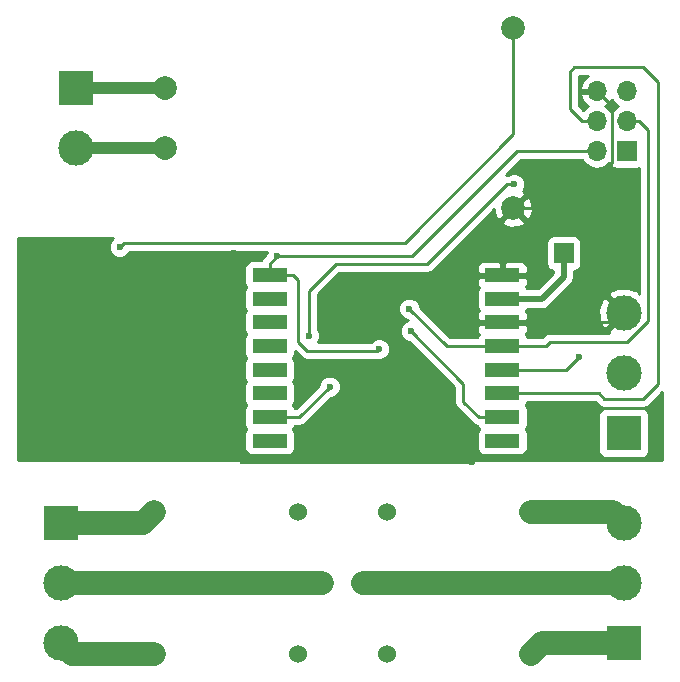
<source format=gbl>
G04 #@! TF.FileFunction,Copper,L2,Bot,Signal*
%FSLAX46Y46*%
G04 Gerber Fmt 4.6, Leading zero omitted, Abs format (unit mm)*
G04 Created by KiCad (PCBNEW 4.0.5-e0-6337~49~ubuntu16.04.1) date Mon Jan 23 08:36:28 2017*
%MOMM*%
%LPD*%
G01*
G04 APERTURE LIST*
%ADD10C,0.100000*%
%ADD11C,3.000000*%
%ADD12R,3.000000X3.000000*%
%ADD13R,1.700000X1.700000*%
%ADD14O,1.700000X1.700000*%
%ADD15C,1.524000*%
%ADD16R,3.000000X1.200000*%
%ADD17C,2.000000*%
%ADD18C,0.600000*%
%ADD19C,0.250000*%
%ADD20C,0.500000*%
%ADD21C,2.000000*%
%ADD22C,1.000000*%
%ADD23C,0.254000*%
G04 APERTURE END LIST*
D10*
D11*
X110490000Y-76454000D03*
D12*
X110490000Y-71374000D03*
D13*
X151765000Y-85344000D03*
D14*
X154559000Y-71628000D03*
X157099000Y-71628000D03*
X154559000Y-74168000D03*
X157099000Y-74168000D03*
X154559000Y-76708000D03*
D13*
X157099000Y-76708000D03*
D12*
X156845000Y-118364000D03*
D11*
X156845000Y-113284000D03*
X156845000Y-108204000D03*
X109220000Y-118364000D03*
X109220000Y-113284000D03*
D12*
X109220000Y-108204000D03*
D11*
X156845000Y-90424000D03*
X156845000Y-95504000D03*
D12*
X156845000Y-100584000D03*
D15*
X136775000Y-107284000D03*
X136775000Y-119284000D03*
X148975000Y-119284000D03*
X148975000Y-107284000D03*
X134775000Y-113284000D03*
X131290000Y-113284000D03*
X117090000Y-119284000D03*
X117090000Y-107284000D03*
X129290000Y-107284000D03*
X129290000Y-119284000D03*
D16*
X146570000Y-101219000D03*
X146570000Y-99219000D03*
X146570000Y-97219000D03*
X146570000Y-95219000D03*
X146570000Y-93219000D03*
X146570000Y-91219000D03*
X146570000Y-89219000D03*
X146570000Y-87219000D03*
X126870000Y-87219000D03*
X126870000Y-89219000D03*
X126870000Y-91219000D03*
X126870000Y-93219000D03*
X126870000Y-95219000D03*
X126870000Y-97219000D03*
X126870000Y-99219000D03*
X126870000Y-101219000D03*
D17*
X118031001Y-71381001D03*
X118031001Y-76461001D03*
X147495001Y-66301001D03*
X147495001Y-81541001D03*
D18*
X136144000Y-93472000D03*
X127508000Y-85598000D03*
X138811000Y-91948000D03*
X153035000Y-94107000D03*
X138684000Y-90043000D03*
X147574000Y-79502000D03*
X130175000Y-92329000D03*
X131953000Y-96647000D03*
X114173000Y-84836000D03*
X124079000Y-87376000D03*
X109855000Y-93980000D03*
X144018000Y-102997000D03*
X123825000Y-85344000D03*
D19*
X136017000Y-93599000D02*
X130302000Y-93599000D01*
X136144000Y-93472000D02*
X136017000Y-93599000D01*
X128875000Y-87219000D02*
X126870000Y-87219000D01*
X129286000Y-87630000D02*
X128875000Y-87219000D01*
X129286000Y-92837000D02*
X129286000Y-87630000D01*
X130048000Y-93599000D02*
X129286000Y-92837000D01*
X130302000Y-93599000D02*
X130048000Y-93599000D01*
X127508000Y-85598000D02*
X138938000Y-85598000D01*
X147828000Y-76708000D02*
X154559000Y-76708000D01*
X138938000Y-85598000D02*
X147828000Y-76708000D01*
X126870000Y-86236000D02*
X126870000Y-87219000D01*
X127508000Y-85598000D02*
X126870000Y-86236000D01*
X155829000Y-100584000D02*
X156845000Y-100584000D01*
X143256000Y-96393000D02*
X143256000Y-97917000D01*
X144558000Y-99219000D02*
X146570000Y-99219000D01*
X143256000Y-97917000D02*
X144558000Y-99219000D01*
X138811000Y-91948000D02*
X143256000Y-96393000D01*
X146570000Y-97219000D02*
X154750000Y-97219000D01*
X153289000Y-74168000D02*
X154559000Y-74168000D01*
X152273000Y-73152000D02*
X153289000Y-74168000D01*
X152273000Y-69977000D02*
X152273000Y-73152000D01*
X152654000Y-69596000D02*
X152273000Y-69977000D01*
X158496000Y-69596000D02*
X152654000Y-69596000D01*
X159766000Y-70866000D02*
X158496000Y-69596000D01*
X159766000Y-96393000D02*
X159766000Y-70866000D01*
X158496000Y-97663000D02*
X159766000Y-96393000D01*
X155194000Y-97663000D02*
X158496000Y-97663000D01*
X154750000Y-97219000D02*
X155194000Y-97663000D01*
X146570000Y-95219000D02*
X151923000Y-95219000D01*
X151923000Y-95219000D02*
X153035000Y-94107000D01*
X158877000Y-87122000D02*
X158877000Y-91059000D01*
X150622000Y-92837000D02*
X150240000Y-93219000D01*
X157099000Y-92837000D02*
X150622000Y-92837000D01*
X158877000Y-91059000D02*
X157099000Y-92837000D01*
X157099000Y-74168000D02*
X158115000Y-74168000D01*
X150240000Y-93219000D02*
X146570000Y-93219000D01*
X158877000Y-74930000D02*
X158877000Y-87122000D01*
X158115000Y-74168000D02*
X158877000Y-74930000D01*
X146570000Y-93219000D02*
X141860000Y-93219000D01*
X141860000Y-93219000D02*
X138684000Y-90043000D01*
X130175000Y-92329000D02*
X130175000Y-88519000D01*
X132461000Y-86233000D02*
X140208000Y-86233000D01*
X130175000Y-88519000D02*
X132461000Y-86233000D01*
X146939000Y-79502000D02*
X140208000Y-86233000D01*
X147574000Y-79502000D02*
X146939000Y-79502000D01*
X129381000Y-99219000D02*
X126870000Y-99219000D01*
X131953000Y-96647000D02*
X129381000Y-99219000D01*
D20*
X146570000Y-89219000D02*
X149922000Y-89219000D01*
X151765000Y-87376000D02*
X151765000Y-85344000D01*
X149922000Y-89219000D02*
X151765000Y-87376000D01*
D19*
X147495001Y-66301001D02*
X147495001Y-75262999D01*
X114554000Y-84455000D02*
X114173000Y-84836000D01*
X138303000Y-84455000D02*
X114554000Y-84455000D01*
X147495001Y-75262999D02*
X138303000Y-84455000D01*
X109855000Y-93980000D02*
X109855000Y-92710000D01*
X117221000Y-85344000D02*
X123825000Y-85344000D01*
X109855000Y-92710000D02*
X117221000Y-85344000D01*
X124079000Y-87376000D02*
X124079000Y-88646000D01*
X154559000Y-71628000D02*
X155829000Y-72898000D01*
X152011999Y-81541001D02*
X147495001Y-81541001D01*
X155829000Y-77724000D02*
X152011999Y-81541001D01*
X155829000Y-72898000D02*
X155829000Y-77724000D01*
X124079000Y-88646000D02*
X124079000Y-102616000D01*
X124079000Y-102616000D02*
X124460000Y-102997000D01*
X124460000Y-102997000D02*
X144018000Y-102997000D01*
X146570000Y-87219000D02*
X146570000Y-82466002D01*
X146570000Y-82466002D02*
X147495001Y-81541001D01*
X146570000Y-91219000D02*
X156050000Y-91219000D01*
X156050000Y-91219000D02*
X156845000Y-90424000D01*
D21*
X156845000Y-118364000D02*
X149895000Y-118364000D01*
X149895000Y-118364000D02*
X148975000Y-119284000D01*
X156845000Y-113284000D02*
X134775000Y-113284000D01*
X148975000Y-107284000D02*
X155925000Y-107284000D01*
X155925000Y-107284000D02*
X156845000Y-108204000D01*
X117090000Y-119284000D02*
X110140000Y-119284000D01*
X110140000Y-119284000D02*
X109220000Y-118364000D01*
X131290000Y-113284000D02*
X109220000Y-113284000D01*
X109220000Y-108204000D02*
X116170000Y-108204000D01*
X116170000Y-108204000D02*
X117090000Y-107284000D01*
D22*
X118031001Y-76461001D02*
X110497001Y-76461001D01*
X110497001Y-76461001D02*
X110490000Y-76454000D01*
D21*
X118024000Y-76454000D02*
X118031001Y-76461001D01*
D22*
X110490000Y-71374000D02*
X118024000Y-71374000D01*
X118024000Y-71374000D02*
X118031001Y-71381001D01*
D21*
X118024000Y-71374000D02*
X118031001Y-71381001D01*
D23*
G36*
X153479853Y-77758054D02*
X153961622Y-78079961D01*
X154529907Y-78193000D01*
X154588093Y-78193000D01*
X155156378Y-78079961D01*
X155638147Y-77758054D01*
X155640617Y-77754357D01*
X155650843Y-77805765D01*
X155791191Y-78015809D01*
X156001235Y-78156157D01*
X156249000Y-78205440D01*
X157949000Y-78205440D01*
X158117000Y-78172023D01*
X158117000Y-88785611D01*
X158019582Y-88591261D01*
X157228813Y-88281277D01*
X156379613Y-88297503D01*
X155670418Y-88591261D01*
X155510635Y-88910030D01*
X156845000Y-90244395D01*
X156859143Y-90230253D01*
X157038748Y-90409858D01*
X157024605Y-90424000D01*
X157038748Y-90438143D01*
X156859143Y-90617748D01*
X156845000Y-90603605D01*
X155510635Y-91937970D01*
X155580324Y-92077000D01*
X150622000Y-92077000D01*
X150331161Y-92134852D01*
X150084599Y-92299599D01*
X149925198Y-92459000D01*
X148685614Y-92459000D01*
X148668157Y-92371235D01*
X148567073Y-92219953D01*
X148608327Y-92178699D01*
X148705000Y-91945310D01*
X148705000Y-91504750D01*
X148546250Y-91346000D01*
X146697000Y-91346000D01*
X146697000Y-91366000D01*
X146443000Y-91366000D01*
X146443000Y-91346000D01*
X144593750Y-91346000D01*
X144435000Y-91504750D01*
X144435000Y-91945310D01*
X144531673Y-92178699D01*
X144572927Y-92219953D01*
X144471843Y-92371235D01*
X144454386Y-92459000D01*
X142174802Y-92459000D01*
X139619122Y-89903320D01*
X139619162Y-89857833D01*
X139477117Y-89514057D01*
X139214327Y-89250808D01*
X138870799Y-89108162D01*
X138498833Y-89107838D01*
X138155057Y-89249883D01*
X137891808Y-89512673D01*
X137749162Y-89856201D01*
X137748838Y-90228167D01*
X137890883Y-90571943D01*
X138153673Y-90835192D01*
X138497201Y-90977838D01*
X138544077Y-90977879D01*
X138592719Y-91026521D01*
X138282057Y-91154883D01*
X138018808Y-91417673D01*
X137876162Y-91761201D01*
X137875838Y-92133167D01*
X138017883Y-92476943D01*
X138280673Y-92740192D01*
X138624201Y-92882838D01*
X138671077Y-92882879D01*
X142496000Y-96707802D01*
X142496000Y-97917000D01*
X142553852Y-98207839D01*
X142718599Y-98454401D01*
X144020599Y-99756401D01*
X144267161Y-99921148D01*
X144450117Y-99957541D01*
X144471843Y-100066765D01*
X144573564Y-100219000D01*
X144471843Y-100371235D01*
X144422560Y-100619000D01*
X144422560Y-101819000D01*
X144471843Y-102066765D01*
X144612191Y-102276809D01*
X144822235Y-102417157D01*
X145070000Y-102466440D01*
X148070000Y-102466440D01*
X148317765Y-102417157D01*
X148527809Y-102276809D01*
X148668157Y-102066765D01*
X148717440Y-101819000D01*
X148717440Y-100619000D01*
X148668157Y-100371235D01*
X148566436Y-100219000D01*
X148668157Y-100066765D01*
X148717440Y-99819000D01*
X148717440Y-99084000D01*
X154697560Y-99084000D01*
X154697560Y-102084000D01*
X154746843Y-102331765D01*
X154887191Y-102541809D01*
X155097235Y-102682157D01*
X155345000Y-102731440D01*
X158345000Y-102731440D01*
X158592765Y-102682157D01*
X158802809Y-102541809D01*
X158943157Y-102331765D01*
X158992440Y-102084000D01*
X158992440Y-99084000D01*
X158943157Y-98836235D01*
X158802809Y-98626191D01*
X158592765Y-98485843D01*
X158345000Y-98436560D01*
X155345000Y-98436560D01*
X155097235Y-98485843D01*
X154887191Y-98626191D01*
X154746843Y-98836235D01*
X154697560Y-99084000D01*
X148717440Y-99084000D01*
X148717440Y-98619000D01*
X148668157Y-98371235D01*
X148566436Y-98219000D01*
X148668157Y-98066765D01*
X148685614Y-97979000D01*
X154435198Y-97979000D01*
X154656599Y-98200401D01*
X154903161Y-98365148D01*
X155194000Y-98423000D01*
X158496000Y-98423000D01*
X158786839Y-98365148D01*
X159033401Y-98200401D01*
X160120000Y-97113802D01*
X160120000Y-102847000D01*
X105540000Y-102847000D01*
X105540000Y-84101000D01*
X113585838Y-84101000D01*
X113380808Y-84305673D01*
X113238162Y-84649201D01*
X113237838Y-85021167D01*
X113379883Y-85364943D01*
X113642673Y-85628192D01*
X113986201Y-85770838D01*
X114358167Y-85771162D01*
X114701943Y-85629117D01*
X114965192Y-85366327D01*
X115028029Y-85215000D01*
X126654632Y-85215000D01*
X126573162Y-85411201D01*
X126573121Y-85458077D01*
X126332599Y-85698599D01*
X126167852Y-85945161D01*
X126162601Y-85971560D01*
X125370000Y-85971560D01*
X125122235Y-86020843D01*
X124912191Y-86161191D01*
X124771843Y-86371235D01*
X124722560Y-86619000D01*
X124722560Y-87819000D01*
X124771843Y-88066765D01*
X124873564Y-88219000D01*
X124771843Y-88371235D01*
X124722560Y-88619000D01*
X124722560Y-89819000D01*
X124771843Y-90066765D01*
X124873564Y-90219000D01*
X124771843Y-90371235D01*
X124722560Y-90619000D01*
X124722560Y-91819000D01*
X124771843Y-92066765D01*
X124873564Y-92219000D01*
X124771843Y-92371235D01*
X124722560Y-92619000D01*
X124722560Y-93819000D01*
X124771843Y-94066765D01*
X124873564Y-94219000D01*
X124771843Y-94371235D01*
X124722560Y-94619000D01*
X124722560Y-95819000D01*
X124771843Y-96066765D01*
X124873564Y-96219000D01*
X124771843Y-96371235D01*
X124722560Y-96619000D01*
X124722560Y-97819000D01*
X124771843Y-98066765D01*
X124873564Y-98219000D01*
X124771843Y-98371235D01*
X124722560Y-98619000D01*
X124722560Y-99819000D01*
X124771843Y-100066765D01*
X124873564Y-100219000D01*
X124771843Y-100371235D01*
X124722560Y-100619000D01*
X124722560Y-101819000D01*
X124771843Y-102066765D01*
X124912191Y-102276809D01*
X125122235Y-102417157D01*
X125370000Y-102466440D01*
X128370000Y-102466440D01*
X128617765Y-102417157D01*
X128827809Y-102276809D01*
X128968157Y-102066765D01*
X129017440Y-101819000D01*
X129017440Y-100619000D01*
X128968157Y-100371235D01*
X128866436Y-100219000D01*
X128968157Y-100066765D01*
X128985614Y-99979000D01*
X129381000Y-99979000D01*
X129671839Y-99921148D01*
X129918401Y-99756401D01*
X132092680Y-97582122D01*
X132138167Y-97582162D01*
X132481943Y-97440117D01*
X132745192Y-97177327D01*
X132887838Y-96833799D01*
X132888162Y-96461833D01*
X132746117Y-96118057D01*
X132483327Y-95854808D01*
X132139799Y-95712162D01*
X131767833Y-95711838D01*
X131424057Y-95853883D01*
X131160808Y-96116673D01*
X131018162Y-96460201D01*
X131018121Y-96507077D01*
X129066198Y-98459000D01*
X128985614Y-98459000D01*
X128968157Y-98371235D01*
X128866436Y-98219000D01*
X128968157Y-98066765D01*
X129017440Y-97819000D01*
X129017440Y-96619000D01*
X128968157Y-96371235D01*
X128866436Y-96219000D01*
X128968157Y-96066765D01*
X129017440Y-95819000D01*
X129017440Y-94619000D01*
X128968157Y-94371235D01*
X128866436Y-94219000D01*
X128968157Y-94066765D01*
X129017440Y-93819000D01*
X129017440Y-93643242D01*
X129510599Y-94136401D01*
X129757161Y-94301148D01*
X130048000Y-94359000D01*
X135841995Y-94359000D01*
X135957201Y-94406838D01*
X136329167Y-94407162D01*
X136672943Y-94265117D01*
X136936192Y-94002327D01*
X137078838Y-93658799D01*
X137079162Y-93286833D01*
X136937117Y-92943057D01*
X136674327Y-92679808D01*
X136330799Y-92537162D01*
X135958833Y-92536838D01*
X135615057Y-92678883D01*
X135454660Y-92839000D01*
X130975633Y-92839000D01*
X131109838Y-92515799D01*
X131110162Y-92143833D01*
X130968117Y-91800057D01*
X130935000Y-91766882D01*
X130935000Y-88833802D01*
X131149802Y-88619000D01*
X144422560Y-88619000D01*
X144422560Y-89819000D01*
X144471843Y-90066765D01*
X144572927Y-90218047D01*
X144531673Y-90259301D01*
X144435000Y-90492690D01*
X144435000Y-90933250D01*
X144593750Y-91092000D01*
X146443000Y-91092000D01*
X146443000Y-91072000D01*
X146697000Y-91072000D01*
X146697000Y-91092000D01*
X148546250Y-91092000D01*
X148705000Y-90933250D01*
X148705000Y-90492690D01*
X148608327Y-90259301D01*
X148567073Y-90218047D01*
X148643277Y-90104000D01*
X149921995Y-90104000D01*
X149922000Y-90104001D01*
X150228666Y-90043000D01*
X150242807Y-90040187D01*
X154702277Y-90040187D01*
X154718503Y-90889387D01*
X155012261Y-91598582D01*
X155331030Y-91758365D01*
X156665395Y-90424000D01*
X155331030Y-89089635D01*
X155012261Y-89249418D01*
X154702277Y-90040187D01*
X150242807Y-90040187D01*
X150260675Y-90036633D01*
X150547790Y-89844790D01*
X152390787Y-88001792D01*
X152390790Y-88001790D01*
X152582633Y-87714675D01*
X152582634Y-87714674D01*
X152650001Y-87376000D01*
X152650000Y-87375995D01*
X152650000Y-86834478D01*
X152862765Y-86792157D01*
X153072809Y-86651809D01*
X153213157Y-86441765D01*
X153262440Y-86194000D01*
X153262440Y-84494000D01*
X153213157Y-84246235D01*
X153072809Y-84036191D01*
X152862765Y-83895843D01*
X152615000Y-83846560D01*
X150915000Y-83846560D01*
X150667235Y-83895843D01*
X150457191Y-84036191D01*
X150316843Y-84246235D01*
X150267560Y-84494000D01*
X150267560Y-86194000D01*
X150316843Y-86441765D01*
X150457191Y-86651809D01*
X150667235Y-86792157D01*
X150880000Y-86834478D01*
X150880000Y-87009421D01*
X149555420Y-88334000D01*
X148643277Y-88334000D01*
X148567073Y-88219953D01*
X148608327Y-88178699D01*
X148705000Y-87945310D01*
X148705000Y-87504750D01*
X148546250Y-87346000D01*
X146697000Y-87346000D01*
X146697000Y-87366000D01*
X146443000Y-87366000D01*
X146443000Y-87346000D01*
X144593750Y-87346000D01*
X144435000Y-87504750D01*
X144435000Y-87945310D01*
X144531673Y-88178699D01*
X144572927Y-88219953D01*
X144471843Y-88371235D01*
X144422560Y-88619000D01*
X131149802Y-88619000D01*
X132775802Y-86993000D01*
X140208000Y-86993000D01*
X140498839Y-86935148D01*
X140745401Y-86770401D01*
X141023112Y-86492690D01*
X144435000Y-86492690D01*
X144435000Y-86933250D01*
X144593750Y-87092000D01*
X146443000Y-87092000D01*
X146443000Y-86142750D01*
X146697000Y-86142750D01*
X146697000Y-87092000D01*
X148546250Y-87092000D01*
X148705000Y-86933250D01*
X148705000Y-86492690D01*
X148608327Y-86259301D01*
X148429698Y-86080673D01*
X148196309Y-85984000D01*
X146855750Y-85984000D01*
X146697000Y-86142750D01*
X146443000Y-86142750D01*
X146284250Y-85984000D01*
X144943691Y-85984000D01*
X144710302Y-86080673D01*
X144531673Y-86259301D01*
X144435000Y-86492690D01*
X141023112Y-86492690D01*
X144822269Y-82693533D01*
X146522074Y-82693533D01*
X146620737Y-82960388D01*
X147230462Y-83186909D01*
X147880461Y-83162857D01*
X148369265Y-82960388D01*
X148467928Y-82693533D01*
X147495001Y-81720606D01*
X146522074Y-82693533D01*
X144822269Y-82693533D01*
X145863018Y-81652784D01*
X145873145Y-81926461D01*
X146075614Y-82415265D01*
X146342469Y-82513928D01*
X147315396Y-81541001D01*
X147674606Y-81541001D01*
X148647533Y-82513928D01*
X148914388Y-82415265D01*
X149140909Y-81805540D01*
X149116857Y-81155541D01*
X148914388Y-80666737D01*
X148647533Y-80568074D01*
X147674606Y-81541001D01*
X147315396Y-81541001D01*
X147301254Y-81526859D01*
X147480859Y-81347254D01*
X147495001Y-81361396D01*
X148467928Y-80388469D01*
X148369265Y-80121614D01*
X148301842Y-80096565D01*
X148366192Y-80032327D01*
X148508838Y-79688799D01*
X148509162Y-79316833D01*
X148367117Y-78973057D01*
X148104327Y-78709808D01*
X147760799Y-78567162D01*
X147388833Y-78566838D01*
X147045057Y-78708883D01*
X147011882Y-78742000D01*
X146939000Y-78742000D01*
X146851371Y-78759431D01*
X148142802Y-77468000D01*
X153286046Y-77468000D01*
X153479853Y-77758054D01*
X153479853Y-77758054D01*
G37*
X153479853Y-77758054D02*
X153961622Y-78079961D01*
X154529907Y-78193000D01*
X154588093Y-78193000D01*
X155156378Y-78079961D01*
X155638147Y-77758054D01*
X155640617Y-77754357D01*
X155650843Y-77805765D01*
X155791191Y-78015809D01*
X156001235Y-78156157D01*
X156249000Y-78205440D01*
X157949000Y-78205440D01*
X158117000Y-78172023D01*
X158117000Y-88785611D01*
X158019582Y-88591261D01*
X157228813Y-88281277D01*
X156379613Y-88297503D01*
X155670418Y-88591261D01*
X155510635Y-88910030D01*
X156845000Y-90244395D01*
X156859143Y-90230253D01*
X157038748Y-90409858D01*
X157024605Y-90424000D01*
X157038748Y-90438143D01*
X156859143Y-90617748D01*
X156845000Y-90603605D01*
X155510635Y-91937970D01*
X155580324Y-92077000D01*
X150622000Y-92077000D01*
X150331161Y-92134852D01*
X150084599Y-92299599D01*
X149925198Y-92459000D01*
X148685614Y-92459000D01*
X148668157Y-92371235D01*
X148567073Y-92219953D01*
X148608327Y-92178699D01*
X148705000Y-91945310D01*
X148705000Y-91504750D01*
X148546250Y-91346000D01*
X146697000Y-91346000D01*
X146697000Y-91366000D01*
X146443000Y-91366000D01*
X146443000Y-91346000D01*
X144593750Y-91346000D01*
X144435000Y-91504750D01*
X144435000Y-91945310D01*
X144531673Y-92178699D01*
X144572927Y-92219953D01*
X144471843Y-92371235D01*
X144454386Y-92459000D01*
X142174802Y-92459000D01*
X139619122Y-89903320D01*
X139619162Y-89857833D01*
X139477117Y-89514057D01*
X139214327Y-89250808D01*
X138870799Y-89108162D01*
X138498833Y-89107838D01*
X138155057Y-89249883D01*
X137891808Y-89512673D01*
X137749162Y-89856201D01*
X137748838Y-90228167D01*
X137890883Y-90571943D01*
X138153673Y-90835192D01*
X138497201Y-90977838D01*
X138544077Y-90977879D01*
X138592719Y-91026521D01*
X138282057Y-91154883D01*
X138018808Y-91417673D01*
X137876162Y-91761201D01*
X137875838Y-92133167D01*
X138017883Y-92476943D01*
X138280673Y-92740192D01*
X138624201Y-92882838D01*
X138671077Y-92882879D01*
X142496000Y-96707802D01*
X142496000Y-97917000D01*
X142553852Y-98207839D01*
X142718599Y-98454401D01*
X144020599Y-99756401D01*
X144267161Y-99921148D01*
X144450117Y-99957541D01*
X144471843Y-100066765D01*
X144573564Y-100219000D01*
X144471843Y-100371235D01*
X144422560Y-100619000D01*
X144422560Y-101819000D01*
X144471843Y-102066765D01*
X144612191Y-102276809D01*
X144822235Y-102417157D01*
X145070000Y-102466440D01*
X148070000Y-102466440D01*
X148317765Y-102417157D01*
X148527809Y-102276809D01*
X148668157Y-102066765D01*
X148717440Y-101819000D01*
X148717440Y-100619000D01*
X148668157Y-100371235D01*
X148566436Y-100219000D01*
X148668157Y-100066765D01*
X148717440Y-99819000D01*
X148717440Y-99084000D01*
X154697560Y-99084000D01*
X154697560Y-102084000D01*
X154746843Y-102331765D01*
X154887191Y-102541809D01*
X155097235Y-102682157D01*
X155345000Y-102731440D01*
X158345000Y-102731440D01*
X158592765Y-102682157D01*
X158802809Y-102541809D01*
X158943157Y-102331765D01*
X158992440Y-102084000D01*
X158992440Y-99084000D01*
X158943157Y-98836235D01*
X158802809Y-98626191D01*
X158592765Y-98485843D01*
X158345000Y-98436560D01*
X155345000Y-98436560D01*
X155097235Y-98485843D01*
X154887191Y-98626191D01*
X154746843Y-98836235D01*
X154697560Y-99084000D01*
X148717440Y-99084000D01*
X148717440Y-98619000D01*
X148668157Y-98371235D01*
X148566436Y-98219000D01*
X148668157Y-98066765D01*
X148685614Y-97979000D01*
X154435198Y-97979000D01*
X154656599Y-98200401D01*
X154903161Y-98365148D01*
X155194000Y-98423000D01*
X158496000Y-98423000D01*
X158786839Y-98365148D01*
X159033401Y-98200401D01*
X160120000Y-97113802D01*
X160120000Y-102847000D01*
X105540000Y-102847000D01*
X105540000Y-84101000D01*
X113585838Y-84101000D01*
X113380808Y-84305673D01*
X113238162Y-84649201D01*
X113237838Y-85021167D01*
X113379883Y-85364943D01*
X113642673Y-85628192D01*
X113986201Y-85770838D01*
X114358167Y-85771162D01*
X114701943Y-85629117D01*
X114965192Y-85366327D01*
X115028029Y-85215000D01*
X126654632Y-85215000D01*
X126573162Y-85411201D01*
X126573121Y-85458077D01*
X126332599Y-85698599D01*
X126167852Y-85945161D01*
X126162601Y-85971560D01*
X125370000Y-85971560D01*
X125122235Y-86020843D01*
X124912191Y-86161191D01*
X124771843Y-86371235D01*
X124722560Y-86619000D01*
X124722560Y-87819000D01*
X124771843Y-88066765D01*
X124873564Y-88219000D01*
X124771843Y-88371235D01*
X124722560Y-88619000D01*
X124722560Y-89819000D01*
X124771843Y-90066765D01*
X124873564Y-90219000D01*
X124771843Y-90371235D01*
X124722560Y-90619000D01*
X124722560Y-91819000D01*
X124771843Y-92066765D01*
X124873564Y-92219000D01*
X124771843Y-92371235D01*
X124722560Y-92619000D01*
X124722560Y-93819000D01*
X124771843Y-94066765D01*
X124873564Y-94219000D01*
X124771843Y-94371235D01*
X124722560Y-94619000D01*
X124722560Y-95819000D01*
X124771843Y-96066765D01*
X124873564Y-96219000D01*
X124771843Y-96371235D01*
X124722560Y-96619000D01*
X124722560Y-97819000D01*
X124771843Y-98066765D01*
X124873564Y-98219000D01*
X124771843Y-98371235D01*
X124722560Y-98619000D01*
X124722560Y-99819000D01*
X124771843Y-100066765D01*
X124873564Y-100219000D01*
X124771843Y-100371235D01*
X124722560Y-100619000D01*
X124722560Y-101819000D01*
X124771843Y-102066765D01*
X124912191Y-102276809D01*
X125122235Y-102417157D01*
X125370000Y-102466440D01*
X128370000Y-102466440D01*
X128617765Y-102417157D01*
X128827809Y-102276809D01*
X128968157Y-102066765D01*
X129017440Y-101819000D01*
X129017440Y-100619000D01*
X128968157Y-100371235D01*
X128866436Y-100219000D01*
X128968157Y-100066765D01*
X128985614Y-99979000D01*
X129381000Y-99979000D01*
X129671839Y-99921148D01*
X129918401Y-99756401D01*
X132092680Y-97582122D01*
X132138167Y-97582162D01*
X132481943Y-97440117D01*
X132745192Y-97177327D01*
X132887838Y-96833799D01*
X132888162Y-96461833D01*
X132746117Y-96118057D01*
X132483327Y-95854808D01*
X132139799Y-95712162D01*
X131767833Y-95711838D01*
X131424057Y-95853883D01*
X131160808Y-96116673D01*
X131018162Y-96460201D01*
X131018121Y-96507077D01*
X129066198Y-98459000D01*
X128985614Y-98459000D01*
X128968157Y-98371235D01*
X128866436Y-98219000D01*
X128968157Y-98066765D01*
X129017440Y-97819000D01*
X129017440Y-96619000D01*
X128968157Y-96371235D01*
X128866436Y-96219000D01*
X128968157Y-96066765D01*
X129017440Y-95819000D01*
X129017440Y-94619000D01*
X128968157Y-94371235D01*
X128866436Y-94219000D01*
X128968157Y-94066765D01*
X129017440Y-93819000D01*
X129017440Y-93643242D01*
X129510599Y-94136401D01*
X129757161Y-94301148D01*
X130048000Y-94359000D01*
X135841995Y-94359000D01*
X135957201Y-94406838D01*
X136329167Y-94407162D01*
X136672943Y-94265117D01*
X136936192Y-94002327D01*
X137078838Y-93658799D01*
X137079162Y-93286833D01*
X136937117Y-92943057D01*
X136674327Y-92679808D01*
X136330799Y-92537162D01*
X135958833Y-92536838D01*
X135615057Y-92678883D01*
X135454660Y-92839000D01*
X130975633Y-92839000D01*
X131109838Y-92515799D01*
X131110162Y-92143833D01*
X130968117Y-91800057D01*
X130935000Y-91766882D01*
X130935000Y-88833802D01*
X131149802Y-88619000D01*
X144422560Y-88619000D01*
X144422560Y-89819000D01*
X144471843Y-90066765D01*
X144572927Y-90218047D01*
X144531673Y-90259301D01*
X144435000Y-90492690D01*
X144435000Y-90933250D01*
X144593750Y-91092000D01*
X146443000Y-91092000D01*
X146443000Y-91072000D01*
X146697000Y-91072000D01*
X146697000Y-91092000D01*
X148546250Y-91092000D01*
X148705000Y-90933250D01*
X148705000Y-90492690D01*
X148608327Y-90259301D01*
X148567073Y-90218047D01*
X148643277Y-90104000D01*
X149921995Y-90104000D01*
X149922000Y-90104001D01*
X150228666Y-90043000D01*
X150242807Y-90040187D01*
X154702277Y-90040187D01*
X154718503Y-90889387D01*
X155012261Y-91598582D01*
X155331030Y-91758365D01*
X156665395Y-90424000D01*
X155331030Y-89089635D01*
X155012261Y-89249418D01*
X154702277Y-90040187D01*
X150242807Y-90040187D01*
X150260675Y-90036633D01*
X150547790Y-89844790D01*
X152390787Y-88001792D01*
X152390790Y-88001790D01*
X152582633Y-87714675D01*
X152582634Y-87714674D01*
X152650001Y-87376000D01*
X152650000Y-87375995D01*
X152650000Y-86834478D01*
X152862765Y-86792157D01*
X153072809Y-86651809D01*
X153213157Y-86441765D01*
X153262440Y-86194000D01*
X153262440Y-84494000D01*
X153213157Y-84246235D01*
X153072809Y-84036191D01*
X152862765Y-83895843D01*
X152615000Y-83846560D01*
X150915000Y-83846560D01*
X150667235Y-83895843D01*
X150457191Y-84036191D01*
X150316843Y-84246235D01*
X150267560Y-84494000D01*
X150267560Y-86194000D01*
X150316843Y-86441765D01*
X150457191Y-86651809D01*
X150667235Y-86792157D01*
X150880000Y-86834478D01*
X150880000Y-87009421D01*
X149555420Y-88334000D01*
X148643277Y-88334000D01*
X148567073Y-88219953D01*
X148608327Y-88178699D01*
X148705000Y-87945310D01*
X148705000Y-87504750D01*
X148546250Y-87346000D01*
X146697000Y-87346000D01*
X146697000Y-87366000D01*
X146443000Y-87366000D01*
X146443000Y-87346000D01*
X144593750Y-87346000D01*
X144435000Y-87504750D01*
X144435000Y-87945310D01*
X144531673Y-88178699D01*
X144572927Y-88219953D01*
X144471843Y-88371235D01*
X144422560Y-88619000D01*
X131149802Y-88619000D01*
X132775802Y-86993000D01*
X140208000Y-86993000D01*
X140498839Y-86935148D01*
X140745401Y-86770401D01*
X141023112Y-86492690D01*
X144435000Y-86492690D01*
X144435000Y-86933250D01*
X144593750Y-87092000D01*
X146443000Y-87092000D01*
X146443000Y-86142750D01*
X146697000Y-86142750D01*
X146697000Y-87092000D01*
X148546250Y-87092000D01*
X148705000Y-86933250D01*
X148705000Y-86492690D01*
X148608327Y-86259301D01*
X148429698Y-86080673D01*
X148196309Y-85984000D01*
X146855750Y-85984000D01*
X146697000Y-86142750D01*
X146443000Y-86142750D01*
X146284250Y-85984000D01*
X144943691Y-85984000D01*
X144710302Y-86080673D01*
X144531673Y-86259301D01*
X144435000Y-86492690D01*
X141023112Y-86492690D01*
X144822269Y-82693533D01*
X146522074Y-82693533D01*
X146620737Y-82960388D01*
X147230462Y-83186909D01*
X147880461Y-83162857D01*
X148369265Y-82960388D01*
X148467928Y-82693533D01*
X147495001Y-81720606D01*
X146522074Y-82693533D01*
X144822269Y-82693533D01*
X145863018Y-81652784D01*
X145873145Y-81926461D01*
X146075614Y-82415265D01*
X146342469Y-82513928D01*
X147315396Y-81541001D01*
X147674606Y-81541001D01*
X148647533Y-82513928D01*
X148914388Y-82415265D01*
X149140909Y-81805540D01*
X149116857Y-81155541D01*
X148914388Y-80666737D01*
X148647533Y-80568074D01*
X147674606Y-81541001D01*
X147315396Y-81541001D01*
X147301254Y-81526859D01*
X147480859Y-81347254D01*
X147495001Y-81361396D01*
X148467928Y-80388469D01*
X148369265Y-80121614D01*
X148301842Y-80096565D01*
X148366192Y-80032327D01*
X148508838Y-79688799D01*
X148509162Y-79316833D01*
X148367117Y-78973057D01*
X148104327Y-78709808D01*
X147760799Y-78567162D01*
X147388833Y-78566838D01*
X147045057Y-78708883D01*
X147011882Y-78742000D01*
X146939000Y-78742000D01*
X146851371Y-78759431D01*
X148142802Y-77468000D01*
X153286046Y-77468000D01*
X153479853Y-77758054D01*
G36*
X156019853Y-72678054D02*
X156349026Y-72898000D01*
X156019853Y-73117946D01*
X155829000Y-73403578D01*
X155638147Y-73117946D01*
X155297447Y-72890298D01*
X155440358Y-72823183D01*
X155830645Y-72394924D01*
X155830655Y-72394899D01*
X156019853Y-72678054D01*
X156019853Y-72678054D01*
G37*
X156019853Y-72678054D02*
X156349026Y-72898000D01*
X156019853Y-73117946D01*
X155829000Y-73403578D01*
X155638147Y-73117946D01*
X155297447Y-72890298D01*
X155440358Y-72823183D01*
X155830645Y-72394924D01*
X155830655Y-72394899D01*
X156019853Y-72678054D01*
G36*
X153677642Y-70432817D02*
X153287355Y-70861076D01*
X153117524Y-71271110D01*
X153238845Y-71501000D01*
X154432000Y-71501000D01*
X154432000Y-71481000D01*
X154686000Y-71481000D01*
X154686000Y-71501000D01*
X154706000Y-71501000D01*
X154706000Y-71755000D01*
X154686000Y-71755000D01*
X154686000Y-71775000D01*
X154432000Y-71775000D01*
X154432000Y-71755000D01*
X153238845Y-71755000D01*
X153117524Y-71984890D01*
X153287355Y-72394924D01*
X153677642Y-72823183D01*
X153820553Y-72890298D01*
X153479853Y-73117946D01*
X153413321Y-73217519D01*
X153033000Y-72837198D01*
X153033000Y-70356000D01*
X153841212Y-70356000D01*
X153677642Y-70432817D01*
X153677642Y-70432817D01*
G37*
X153677642Y-70432817D02*
X153287355Y-70861076D01*
X153117524Y-71271110D01*
X153238845Y-71501000D01*
X154432000Y-71501000D01*
X154432000Y-71481000D01*
X154686000Y-71481000D01*
X154686000Y-71501000D01*
X154706000Y-71501000D01*
X154706000Y-71755000D01*
X154686000Y-71755000D01*
X154686000Y-71775000D01*
X154432000Y-71775000D01*
X154432000Y-71755000D01*
X153238845Y-71755000D01*
X153117524Y-71984890D01*
X153287355Y-72394924D01*
X153677642Y-72823183D01*
X153820553Y-72890298D01*
X153479853Y-73117946D01*
X153413321Y-73217519D01*
X153033000Y-72837198D01*
X153033000Y-70356000D01*
X153841212Y-70356000D01*
X153677642Y-70432817D01*
M02*

</source>
